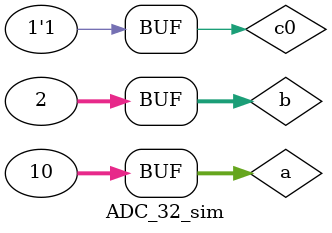
<source format=v>
`timescale 1ns / 1ps


module ADC_32_sim;
reg [31:0]a;
reg [31:0]b;
reg c0;
wire [32:0]s;

ADC32 ADC_32U(
    .a(a),
    .b(b),
    .c0(c0),
    .s(s)
);

initial begin
    c0 = 1;
    a = 32'h0000000a;//a = 32'h8432FABC;
    b = 32'h00000002;//b = 32'hF4560111;
end
endmodule

</source>
